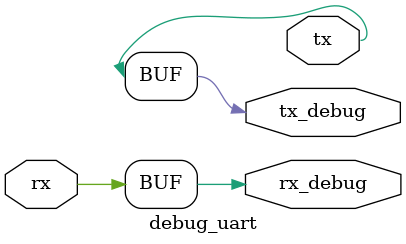
<source format=v>
module debug_uart(output tx, tx_debug, rx_debug,
		  input rx);
   
   assign tx_debug = tx;
   assign rx_debug = rx;
   
endmodule


</source>
